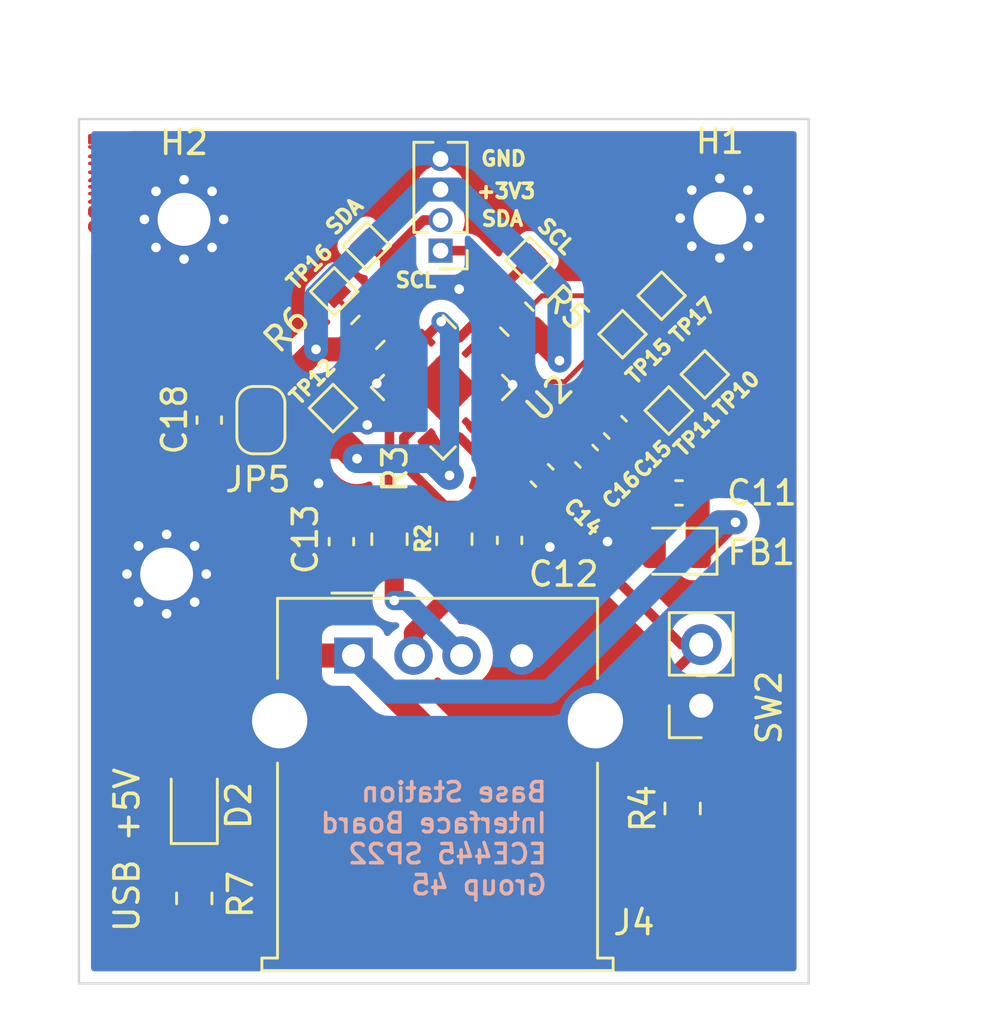
<source format=kicad_pcb>
(kicad_pcb (version 20211014) (generator pcbnew)
  (layers (0 "F.Cu" signal) (31 "B.Cu" signal) (34 "B.Paste" user) (35 "F.Paste" user) (36 "B.SilkS" user "B.Silkscreen") (37 "F.SilkS" user "F.Silkscreen") (38 "B.Mask" user) (39 "F.Mask" user) (44 "Edge.Cuts" user))
  (net 0 "")
  (net 1 "GND")
  (net 2 "/USB_5V")
  (net 3 "Net-(J4-Pad2)")
  (net 4 "Net-(J4-Pad3)")
  (net 5 "Net-(U2-Pad9)")
  (net 6 "Net-(C15-Pad2)")
  (net 7 "/USB_3V3")
  (net 8 "Net-(R7-Pad1)")
  (net 9 "+3V3")
  (net 10 "Net-(U2-Pad7)")
  (net 11 "Net-(U2-Pad6)")
  (net 12 "I2C1_SCL")
  (net 13 "I2C1_SDA")
  (net 14 "Net-(U2-Pad12)")
  (net 15 "Net-(U2-Pad11)")
  (net 16 "Net-(U2-Pad5)")
  (net 17 "Net-(U2-Pad14)")
  (net 18 "Net-(U2-Pad4)")
  (net 19 "Net-(U2-Pad15)")
  (footprint "TestPoint:TestPoint_Pad_1.0x1.0mm" (layer "F.Cu") (at 128.675 71.475 45)
    (fp_text reference "TP15" (at -0.017678 1.573313 45) (layer "F.SilkS") (effects (font (size 0.6 0.6))))
    (fp_text value "TestPoint")
    (fp_line (start -0.7 -0.7) (end 0.7 -0.7) (layer "F.SilkS") (width 0.12))
    (fp_line (start -0.7 0.7) (end -0.7 -0.7) (layer "F.SilkS") (width 0.12))
    (fp_line (start 0.7 -0.7) (end 0.7 0.7) (layer "F.SilkS") (width 0.12))
    (fp_line (start 0.7 0.7) (end -0.7 0.7) (layer "F.SilkS") (width 0.12))
    (pad "1" smd rect locked (at 0 0 45) (size 1 1) (layers "F.Cu" "F.Mask") (net 17 "Net-(U2-Pad14)"))
  )
  (footprint "TestPoint:TestPoint_Pad_1.0x1.0mm" (layer "F.Cu") (at 124.8 68.4 45)
    (fp_text reference "TP18" hide)
    (fp_text value "TestPoint")
    (fp_line (start 0.7 -0.7) (end 0.7 0.7) (layer "F.SilkS") (width 0.12))
    (fp_line (start 0.7 0.7) (end -0.7 0.7) (layer "F.SilkS") (width 0.12))
    (fp_line (start -0.7 0.7) (end -0.7 -0.7) (layer "F.SilkS") (width 0.12))
    (fp_line (start -0.7 -0.7) (end 0.7 -0.7) (layer "F.SilkS") (width 0.12))
    (pad "1" smd rect locked (at 0 0 45) (size 1 1) (layers "F.Cu" "F.Mask") (net 12 "I2C1_SCL"))
  )
  (footprint "TestPoint:TestPoint_Pad_1.0x1.0mm" (layer "F.Cu") (at 132.1 73.15 45)
    (fp_text reference "TP10" (at 0.371231 1.502602 45) (layer "F.SilkS") (effects (font (size 0.6 0.6))))
    (fp_text value "TestPoint")
    (fp_line (start 0.7 0.7) (end -0.7 0.7) (layer "F.SilkS") (width 0.12))
    (fp_line (start -0.7 -0.7) (end 0.7 -0.7) (layer "F.SilkS") (width 0.12))
    (fp_line (start 0.7 -0.7) (end 0.7 0.7) (layer "F.SilkS") (width 0.12))
    (fp_line (start -0.7 0.7) (end -0.7 -0.7) (layer "F.SilkS") (width 0.12))
    (pad "1" smd rect locked (at 0 0 45) (size 1 1) (layers "F.Cu" "F.Mask") (net 14 "Net-(U2-Pad12)"))
  )
  (footprint "Capacitor_SMD:C_0603_1608Metric" (layer "F.Cu") (at 125.325 77.35 -45)
    (fp_text reference "C14" (at 2.421841 0.017678 135) (layer "F.SilkS") (effects (font (size 0.6 0.6))))
    (fp_text value "0.1u")
    (fp_line (start -0.14058 -0.51) (end 0.14058 -0.51) (layer "F.SilkS") (width 0.12))
    (fp_line (start -0.14058 0.51) (end 0.14058 0.51) (layer "F.SilkS") (width 0.12))
    (pad "1" smd roundrect locked (at -0.775 0 315) (size 0.9 0.95) (layers "F.Cu" "F.Paste" "F.Mask") (net 5 "Net-(U2-Pad9)"))
    (pad "2" smd roundrect locked (at 0.775 0 315) (size 0.9 0.95) (layers "F.Cu" "F.Paste" "F.Mask") (net 1 "GND"))
  )
  (footprint "Resistor_SMD:R_0805_2012Metric_Pad1.20x1.40mm_HandSolder" (layer "F.Cu") (at 121.675 80 90)
    (fp_text reference "R2" (at 0.025 -1.3 90) (layer "F.SilkS") (effects (font (size 0.6 0.6))))
    (fp_text value "27R")
    (fp_line (start -0.227064 0.735) (end 0.227064 0.735) (layer "F.SilkS") (width 0.12))
    (fp_line (start -0.227064 -0.735) (end 0.227064 -0.735) (layer "F.SilkS") (width 0.12))
    (pad "1" smd roundrect locked (at -1 0 90) (size 1.2 1.4) (layers "F.Cu" "F.Paste" "F.Mask") (roundrect_rratio 0.2083333333) (net 3 "Net-(J4-Pad2)"))
    (pad "2" smd roundrect locked (at 1 0 90) (size 1.2 1.4) (layers "F.Cu" "F.Paste" "F.Mask") (roundrect_rratio 0.2083333333) (net 10 "Net-(U2-Pad7)"))
  )
  (footprint "Resistor_SMD:R_0805_2012Metric_Pad1.20x1.40mm_HandSolder" (layer "F.Cu") (at 131.175 91.2 90)
    (fp_text reference "R4" (at 0 -1.65 90) (layer "F.SilkS"))
    (fp_text value "5k")
    (fp_line (start -0.227064 0.735) (end 0.227064 0.735) (layer "F.SilkS") (width 0.12))
    (fp_line (start -0.227064 -0.735) (end 0.227064 -0.735) (layer "F.SilkS") (width 0.12))
    (pad "1" smd roundrect locked (at -1 0 90) (size 1.2 1.4) (layers "F.Cu" "F.Paste" "F.Mask") (roundrect_rratio 0.2083333333) (net 2 "/USB_5V"))
    (pad "2" smd roundrect locked (at 1 0 90) (size 1.2 1.4) (layers "F.Cu" "F.Paste" "F.Mask") (roundrect_rratio 0.2083333333) (net 5 "Net-(U2-Pad9)"))
  )
  (footprint "Capacitor_SMD:C_0603_1608Metric" (layer "F.Cu") (at 116.975 80.1 90)
    (fp_text reference "C13" (at 0.1 -1.5 90) (layer "F.SilkS"))
    (fp_text value "47p")
    (fp_line (start -0.14058 -0.51) (end 0.14058 -0.51) (layer "F.SilkS") (width 0.12))
    (fp_line (start -0.14058 0.51) (end 0.14058 0.51) (layer "F.SilkS") (width 0.12))
    (pad "1" smd roundrect locked (at -0.775 0 90) (size 0.9 0.95) (layers "F.Cu" "F.Paste" "F.Mask") (net 4 "Net-(J4-Pad3)"))
    (pad "2" smd roundrect locked (at 0.775 0 90) (size 0.9 0.95) (layers "F.Cu" "F.Paste" "F.Mask") (net 1 "GND"))
  )
  (footprint "TestPoint:TestPoint_Pad_1.0x1.0mm" (layer "F.Cu") (at 118.025 67.8 45)
    (fp_text reference "TP19" hide)
    (fp_text value "TestPoint")
    (fp_line (start -0.7 0.7) (end -0.7 -0.7) (layer "F.SilkS") (width 0.12))
    (fp_line (start -0.7 -0.7) (end 0.7 -0.7) (layer "F.SilkS") (width 0.12))
    (fp_line (start 0.7 0.7) (end -0.7 0.7) (layer "F.SilkS") (width 0.12))
    (fp_line (start 0.7 -0.7) (end 0.7 0.7) (layer "F.SilkS") (width 0.12))
    (pad "1" smd rect locked (at 0 0 45) (size 1 1) (layers "F.Cu" "F.Mask") (net 13 "I2C1_SDA"))
  )
  (footprint "Capacitor_SMD:C_0603_1608Metric" (layer "F.Cu") (at 128.375 75.35 135)
    (fp_text reference "C15" (at -2.032932 0.159099 225) (layer "F.SilkS") (effects (font (size 0.6 0.6))))
    (fp_text value "100n")
    (fp_line (start -0.14058 0.51) (end 0.14058 0.51) (layer "F.SilkS") (width 0.12))
    (fp_line (start -0.14058 -0.51) (end 0.14058 -0.51) (layer "F.SilkS") (width 0.12))
    (pad "1" smd roundrect locked (at -0.775 0 135) (size 0.9 0.95) (layers "F.Cu" "F.Paste" "F.Mask") (net 1 "GND"))
    (pad "2" smd roundrect locked (at 0.775 0 135) (size 0.9 0.95) (layers "F.Cu" "F.Paste" "F.Mask") (net 6 "Net-(C15-Pad2)"))
  )
  (footprint "Resistor_SMD:R_0805_2012Metric_Pad1.20x1.40mm_HandSolder" (layer "F.Cu") (at 118.975 80 90)
    (fp_text reference "R3" (at 2.925 0.225 90) (layer "F.SilkS"))
    (fp_text value "27R")
    (fp_line (start -0.227064 0.735) (end 0.227064 0.735) (layer "F.SilkS") (width 0.12))
    (fp_line (start -0.227064 -0.735) (end 0.227064 -0.735) (layer "F.SilkS") (width 0.12))
    (pad "1" smd roundrect locked (at -1 0 90) (size 1.2 1.4) (layers "F.Cu" "F.Paste" "F.Mask") (roundrect_rratio 0.2083333333) (net 4 "Net-(J4-Pad3)"))
    (pad "2" smd roundrect locked (at 1 0 90) (size 1.2 1.4) (layers "F.Cu" "F.Paste" "F.Mask") (roundrect_rratio 0.2083333333) (net 11 "Net-(U2-Pad6)"))
  )
  (footprint "Connector_PinSocket_2.54mm:PinSocket_1x02_P2.54mm_Vertical" (layer "F.Cu") (at 131.95 86.925 180)
    (fp_text reference "SW2" (at -2.825 -0.075 90) (layer "F.SilkS"))
    (fp_text value "SW_Push")
    (fp_line (start -1.33 1.27) (end 1.33 1.27) (layer "F.SilkS") (width 0.12))
    (fp_line (start 0 -1.33) (end 1.33 -1.33) (layer "F.SilkS") (width 0.12))
    (fp_line (start -1.33 1.27) (end -1.33 3.87) (layer "F.SilkS") (width 0.12))
    (fp_line (start 1.33 1.27) (end 1.33 3.87) (layer "F.SilkS") (width 0.12))
    (fp_line (start 1.33 -1.33) (end 1.33 0) (layer "F.SilkS") (width 0.12))
    (fp_line (start -1.33 3.87) (end 1.33 3.87) (layer "F.SilkS") (width 0.12))
    (pad "1" thru_hole rect locked (at 0 0 180) (size 1.7 1.7) (drill 1) (layers *.Cu *.Mask) (net 1 "GND"))
    (pad "2" thru_hole oval locked (at 0 2.54 180) (size 1.7 1.7) (drill 1) (layers *.Cu *.Mask) (net 5 "Net-(U2-Pad9)"))
  )
  (footprint "TestPoint:TestPoint_Pad_1.0x1.0mm" (layer "F.Cu") (at 116.675 69.7 45)
    (fp_text reference "TP16" (at 0 -1.448001 45) (layer "F.SilkS") (effects (font (size 0.6 0.6))))
    (fp_text value "TestPoint")
    (fp_line (start 0.7 -0.7) (end 0.7 0.7) (layer "F.SilkS") (width 0.12))
    (fp_line (start 0.7 0.7) (end -0.7 0.7) (layer "F.SilkS") (width 0.12))
    (fp_line (start -0.7 -0.7) (end 0.7 -0.7) (layer "F.SilkS") (width 0.12))
    (fp_line (start -0.7 0.7) (end -0.7 -0.7) (layer "F.SilkS") (width 0.12))
    (pad "1" smd rect locked (at 0 0 45) (size 1 1) (layers "F.Cu" "F.Mask") (net 18 "Net-(U2-Pad4)"))
  )
  (footprint "Jumper:SolderJumper-2_P1.3mm_Open_RoundedPad1.0x1.5mm" (layer "F.Cu") (at 113.625 75.05 90)
    (fp_text reference "JP5" (at -2.475 -0.125 180) (layer "F.SilkS"))
    (fp_text value "SolderJumper_2_Open")
    (fp_line (start 0.7 1) (end -0.7 1) (layer "F.SilkS") (width 0.12))
    (fp_line (start -1.4 0.3) (end -1.4 -0.3) (layer "F.SilkS") (width 0.12))
    (fp_line (start 1.4 -0.3) (end 1.4 0.3) (layer "F.SilkS") (width 0.12))
    (fp_line (start -0.7 -1) (end 0.7 -1) (layer "F.SilkS") (width 0.12))
    (fp_arc (start -0.7 1) (mid -1.194975 0.794975) (end -1.4 0.3) (layer "F.SilkS") (width 0.12))
    (fp_arc (start 1.4 0.3) (mid 1.194975 0.794975) (end 0.7 1) (layer "F.SilkS") (width 0.12))
    (fp_arc (start -1.4 -0.3) (mid -1.194975 -0.794975) (end -0.7 -1) (layer "F.SilkS") (width 0.12))
    (fp_arc (start 0.7 -1) (mid 1.194975 -0.794975) (end 1.4 -0.3) (layer "F.SilkS") (width 0.12))
    (pad "1" smd custom locked (at -0.65 0 90) (size 1 0.5) (layers "F.Cu" "F.Mask") (net 7 "/USB_3V3") (options (clearance outline) (anchor rect)) (primitives (gr_circle (center 0 0.25) (end 0.5 0.25) (width 0) (fill yes)) (gr_circle (center 0 -0.25) (end 0.5 -0.25) (width 0) (fill yes)) (gr_poly (pts (xy 0.5 0.75) (xy 0 0.75) (xy 0 -0.75) (xy 0.5 -0.75)) (width 0) (fill yes))))
    (pad "2" smd custom locked (at 0.65 0 90) (size 1 0.5) (layers "F.Cu" "F.Mask") (net 9 "+3V3") (options (clearance outline) (anchor rect)) (primitives (gr_circle (center 0 0.25) (end 0.5 0.25) (width 0) (fill yes)) (gr_circle (center 0 -0.25) (end 0.5 -0.25) (width 0) (fill yes)) (gr_poly (pts (xy 0 0.75) (xy -0.5 0.75) (xy -0.5 -0.75) (xy 0 -0.75)) (width 0) (fill yes))))
  )
  (footprint "Resistor_SMD:R_0805_2012Metric_Pad1.20x1.40mm_HandSolder" (layer "F.Cu") (at 110.85 94.9375 -90)
    (fp_text reference "R7" (at -0.1625 -1.925 90) (layer "F.SilkS"))
    (fp_text value "500R")
    (fp_line (start -0.227064 -0.735) (end 0.227064 -0.735) (layer "F.SilkS") (width 0.12))
    (fp_line (start -0.227064 0.735) (end 0.227064 0.735) (layer "F.SilkS") (width 0.12))
    (pad "1" smd roundrect locked (at -1 0 270) (size 1.2 1.4) (layers "F.Cu" "F.Paste" "F.Mask") (roundrect_rratio 0.2083333333) (net 8 "Net-(R7-Pad1)"))
    (pad "2" smd roundrect locked (at 1 0 270) (size 1.2 1.4) (layers "F.Cu" "F.Paste" "F.Mask") (roundrect_rratio 0.2083333333) (net 1 "GND"))
  )
  (footprint "Connector_USB:USB_A_Molex_67643_Horizontal" (layer "F.Cu") (at 117.475 84.84)
    (fp_text reference "J4" (at 11.675 11.11) (layer "F.SilkS"))
    (fp_text value "USB_A")
    (fp_line (start 10.16 4.47) (end 10.16 12.58) (layer "F.SilkS") (width 0.12))
    (fp_line (start -3.16 -2.38) (end 10.16 -2.38) (layer "F.SilkS") (width 0.12))
    (fp_line (start -3.16 12.58) (end -3.81 12.58) (layer "F.SilkS") (width 0.12))
    (fp_line (start 10.81 13.1) (end 10.81 12.58) (layer "F.SilkS") (width 0.12))
    (fp_line (start -3.16 -2.38) (end -3.16 0.95) (layer "F.SilkS") (width 0.12))
    (fp_line (start -0.9 -2.6) (end 0.9 -2.6) (layer "F.SilkS") (width 0.12))
    (fp_line (start -3.16 12.58) (end -3.16 4.47) (layer "F.SilkS") (width 0.12))
    (fp_line (start -3.81 13.1) (end 10.81 13.1) (layer "F.SilkS") (width 0.12))
    (fp_line (start 10.16 -2.38) (end 10.16 0.95) (layer "F.SilkS") (width 0.12))
    (fp_line (start 10.81 12.58) (end 10.16 12.58) (layer "F.SilkS") (width 0.12))
    (fp_line (start -3.81 12.58) (end -3.81 13.1) (layer "F.SilkS") (width 0.12))
    (pad "1" thru_hole rect locked (at 0 0) (size 1.6 1.5) (drill 0.95) (layers *.Cu *.Mask) (net 2 "/USB_5V"))
    (pad "2" thru_hole circle locked (at 2.5 0) (size 1.6 1.6) (drill 0.95) (layers *.Cu *.Mask) (net 3 "Net-(J4-Pad2)"))
    (pad "3" thru_hole circle locked (at 4.5 0) (size 1.6 1.6) (drill 0.95) (layers *.Cu *.Mask) (net 4 "Net-(J4-Pad3)"))
    (pad "4" thru_hole circle locked (at 7 0) (size 1.6 1.6) (drill 0.95) (layers *.Cu *.Mask) (net 1 "GND"))
    (pad "5" thru_hole circle locked (at 10.07 2.71) (size 3 3) (drill 2.3) (layers *.Cu *.Mask) (net 1 "GND"))
    (pad "5" thru_hole circle locked (at -3.07 2.71) (size 3 3) (drill 2.3) (layers *.Cu *.Mask) (net 1 "GND"))
  )
  (footprint "Package_DFN_QFN:QFN-16-1EP_4x4mm_P0.65mm_EP2.1x2.1mm" (layer "F.Cu") (at 121.205 73.69 -45)
    (fp_text reference "U2" (at 3.433003 -2.817821 225) (layer "F.SilkS"))
    (fp_text value "FT201XQ")
    (fp_line (start -1.385 2.11) (end -2.11 2.11) (layer "F.SilkS") (width 0.12))
    (fp_line (start -2.11 2.11) (end -2.11 1.385) (layer "F.SilkS") (width 0.12))
    (fp_line (start -1.385 -2.11) (end -2.11 -2.11) (layer "F.SilkS") (width 0.12))
    (fp_line (start 2.11 -2.11) (end 2.11 -1.385) (layer "F.SilkS") (width 0.12))
    (fp_line (start 2.11 2.11) (end 2.11 1.385) (layer "F.SilkS") (width 0.12))
    (fp_line (start 1.385 2.11) (end 2.11 2.11) (layer "F.SilkS") (width 0.12))
    (fp_line (start 1.385 -2.11) (end 2.11 -2.11) (layer "F.SilkS") (width 0.12))
    (pad "1" smd roundrect locked (at -1.95 -0.975 315) (size 0.85 0.3) (layers "F.Cu" "F.Paste" "F.Mask") (net 7 "/USB_3V3"))
    (pad "2" smd roundrect locked (at -1.95 -0.325 315) (size 0.85 0.3) (layers "F.Cu" "F.Paste" "F.Mask") (net 13 "I2C1_SDA"))
    (pad "3" smd roundrect locked (at -1.95 0.325 315) (size 0.85 0.3) (layers "F.Cu" "F.Paste" "F.Mask") (net 1 "GND"))
    (pad "4" smd roundrect locked (at -1.95 0.975 315) (size 0.85 0.3) (layers "F.Cu" "F.Paste" "F.Mask") (net 18 "Net-(U2-Pad4)"))
    (pad "5" smd roundrect locked (at -0.975 1.95 315) (size 0.3 0.85) (layers "F.Cu" "F.Paste" "F.Mask") (net 16 "Net-(U2-Pad5)"))
    (pad "6" smd roundrect locked (at -0.325 1.95 315) (size 0.3 0.85) (layers "F.Cu" "F.Paste" "F.Mask") (net 11 "Net-(U2-Pad6)"))
    (pad "7" smd roundrect locked (at 0.325 1.95 315) (size 0.3 0.85) (layers "F.Cu" "F.Paste" "F.Mask") (net 10 "Net-(U2-Pad7)"))
    (pad "8" smd roundrect locked (at 0.975 1.95 315) (size 0.3 0.85) (layers "F.Cu" "F.Paste" "F.Mask") (net 7 "/USB_3V3"))
    (pad "9" smd roundrect locked (at 1.95 0.975 315) (size 0.85 0.3) (layers "F.Cu" "F.Paste" "F.Mask") (net 5 "Net-(U2-Pad9)"))
    (pad "10" smd roundrect locked (at 1.95 0.325 315) (size 0.85 0.3) (layers "F.Cu" "F.Paste" "F.Mask") (net 6 "Net-(C15-Pad2)"))
    (pad "11" smd roundrect locked (at 1.95 -0.325 315) (size 0.85 0.3) (layers "F.Cu" "F.Paste" "F.Mask") (net 15 "Net-(U2-Pad11)"))
    (pad "12" smd roundrect locked (at 1.95 -0.975 315) (size 0.85 0.3) (layers "F.Cu" "F.Paste" "F.Mask") (net 14 "Net-(U2-Pad12)"))
    (pad "13" smd roundrect locked (at 0.975 -1.95 315) (size 0.3 0.85) (layers "F.Cu" "F.Paste" "F.Mask") (net 1 "GND"))
    (pad "14" smd roundrect locked (at 0.325 -1.95 315) (size 0.3 0.85) (layers "F.Cu" "F.Paste" "F.Mask") (net 17 "Net-(U2-Pad14)"))
    (pad "15" smd roundrect locked (at -0.325 -1.95 315) (size 0.3 0.85) (layers "F.Cu" "F.Paste" "F.Mask") (net 19 "Net-(U2-Pad15)"))
    (pad "16" smd roundrect locked (at -0.975 -1.95 315) (size 0.3 0.85) (layers "F.Cu" "F.Paste" "F.Mask") (net 12 "I2C1_SCL"))
    (pad "17" smd rect locked (at 0 0 315) (size 2.1 2.1) (layers "F.Cu" "F.Mask") (net 1 "GND"))
  )
  (footprint "Capacitor_SMD:C_0603_1608Metric" (layer "F.Cu") (at 131.025 78.075)
    (fp_text reference "C11" (at 3.45 0) (layer "F.SilkS"))
    (fp_text value "10n")
    (fp_line (start -0.14058 0.51) (end 0.14058 0.51) (layer "F.SilkS") (width 0.12))
    (fp_line (start -0.14058 -0.51) (end 0.14058 -0.51) (layer "F.SilkS") (width 0.12))
    (pad "1" smd roundrect locked (at -0.775 0) (size 0.9 0.95) (layers "F.Cu" "F.Paste" "F.Mask") (net 1 "GND"))
    (pad "2" smd roundrect locked (at 0.775 0) (size 0.9 0.95) (layers "F.Cu" "F.Paste" "F.Mask") (net 2 "/USB_5V"))
  )
  (footprint "Capacitor_SMD:C_0603_1608Metric" (layer "F.Cu") (at 123.975 80.05 90)
    (fp_text reference "C12" (at -1.4 2.25 180) (layer "F.SilkS"))
    (fp_text value "47p")
    (fp_line (start -0.14058 -0.51) (end 0.14058 -0.51) (layer "F.SilkS") (width 0.12))
    (fp_line (start -0.14058 0.51) (end 0.14058 0.51) (layer "F.SilkS") (width 0.12))
    (pad "1" smd roundrect locked (at -0.775 0 90) (size 0.9 0.95) (layers "F.Cu" "F.Paste" "F.Mask") (net 3 "Net-(J4-Pad2)"))
    (pad "2" smd roundrect locked (at 0.775 0 90) (size 0.9 0.95) (layers "F.Cu" "F.Paste" "F.Mask") (net 1 "GND"))
  )
  (footprint "TestPoint:TestPoint_Pad_1.0x1.0mm" (layer "F.Cu") (at 130.3 69.875 45)
    (fp_text reference "TP17" (at 0.194454 1.644023 45) (layer "F.SilkS") (effects (font (size 0.6 0.6))))
    (fp_text value "TestPoint")
    (fp_line (start -0.7 0.7) (end -0.7 -0.7) (layer "F.SilkS") (width 0.12))
    (fp_line (start 0.7 0.7) (end -0.7 0.7) (layer "F.SilkS") (width 0.12))
    (fp_line (start 0.7 -0.7) (end 0.7 0.7) (layer "F.SilkS") (width 0.12))
    (fp_line (start -0.7 -0.7) (end 0.7 -0.7) (layer "F.SilkS") (width 0.12))
    (pad "1" smd rect locked (at 0 0 45) (size 1 1) (layers "F.Cu" "F.Mask") (net 19 "Net-(U2-Pad15)"))
  )
  (footprint "LED_SMD:LED_0805_2012Metric" (layer "F.Cu") (at 110.85 90.975 90)
    (fp_text reference "D2" (at -0.1 1.85 90) (layer "F.SilkS"))
    (fp_text value "LED")
    (fp_line (start 1 -0.96) (end -1.685 -0.96) (layer "F.SilkS") (width 0.12))
    (fp_line (start -1.685 0.96) (end 1 0.96) (layer "F.SilkS") (width 0.12))
    (fp_line (start -1.685 -0.96) (end -1.685 0.96) (layer "F.SilkS") (width 0.12))
    (pad "1" smd roundrect locked (at -0.9375 0 90) (size 0.975 1.4) (layers "F.Cu" "F.Paste" "F.Mask") (net 8 "Net-(R7-Pad1)"))
    (pad "2" smd roundrect locked (at 0.9375 0 90) (size 0.975 1.4) (layers "F.Cu" "F.Paste" "F.Mask") (net 2 "/USB_5V"))
  )
  (footprint "Resistor_SMD:R_0805_2012Metric_Pad1.20x1.40mm_HandSolder" (layer "F.Cu") (at 124.275 70.85 135)
    (fp_text reference "R5" (at -1.131371 1.803122 135) (layer "F.SilkS"))
    (fp_text value "1k")
    (fp_line (start -0.227064 -0.735) (end 0.227064 -0.735) (layer "F.SilkS") (width 0.12))
    (fp_line (start -0.227064 0.735) (end 0.227064 0.735) (layer "F.SilkS") (width 0.12))
    (pad "1" smd roundrect locked (at -1 0 135) (size 1.2 1.4) (layers "F.Cu" "F.Paste" "F.Mask") (roundrect_rratio 0.2083333333) (net 9 "+3V3"))
    (pad "2" smd roundrect locked (at 1 0 135) (size 1.2 1.4) (layers "F.Cu" "F.Paste" "F.Mask") (roundrect_rratio 0.2083333333) (net 12 "I2C1_SCL"))
  )
  (footprint "TestPoint:TestPoint_Pad_1.0x1.0mm" (layer "F.Cu") (at 130.6 74.65 45)
    (fp_text reference "TP11" (at 0.159099 1.502602 45) (layer "F.SilkS") (effects (font (size 0.6 0.6))))
    (fp_text value "TestPoint")
    (fp_line (start 0.7 0.7) (end -0.7 0.7) (layer "F.SilkS") (width 0.12))
    (fp_line (start 0.7 -0.7) (end 0.7 0.7) (layer "F.SilkS") (width 0.12))
    (fp_line (start -0.7 -0.7) (end 0.7 -0.7) (layer "F.SilkS") (width 0.12))
    (fp_line (start -0.7 0.7) (end -0.7 -0.7) (layer "F.SilkS") (width 0.12))
    (pad "1" smd rect locked (at 0 0 45) (size 1 1) (layers "F.Cu" "F.Mask") (net 15 "Net-(U2-Pad11)"))
  )
  (footprint "Capacitor_SMD:C_0603_1608Metric" (layer "F.Cu") (at 111.475 75.05 -90)
    (fp_text reference "C18" (at -0.025 1.45 90) (layer "F.SilkS"))
    (fp_text value "100n")
    (fp_line (start -0.14058 -0.51) (end 0.14058 -0.51) (layer "F.SilkS") (width 0.12))
    (fp_line (start -0.14058 0.51) (end 0.14058 0.51) (layer "F.SilkS") (width 0.12))
    (pad "1" smd roundrect locked (at -0.775 0 270) (size 0.9 0.95) (layers "F.Cu" "F.Paste" "F.Mask") (net 1 "GND"))
    (pad "2" smd roundrect locked (at 0.775 0 270) (size 0.9 0.95) (layers "F.Cu" "F.Paste" "F.Mask") (net 7 "/USB_3V3"))
  )
  (footprint "MountingHole:MountingHole_2.2mm_M2_Pad_Via" (layer "F.Cu") (at 110.425 66.7)
    (fp_text reference "H2" (at 0 -3.2) (layer "F.SilkS"))
    (fp_text value "MountingHole_Pad")
    (pad "1" thru_hole circle locked (at 0 1.65) (size 0.7 0.7) (drill 0.4) (layers *.Cu *.Mask) (net 1 "GND"))
    (pad "1" thru_hole circle locked (at 1.166726 -1.166726) (size 0.7 0.7) (drill 0.4) (layers *.Cu *.Mask) (net 1 "GND"))
    (pad "1" thru_hole circle locked (at -1.166726 -1.166726) (size 0.7 0.7) (drill 0.4) (layers *.Cu *.Mask) (net 1 "GND"))
    (pad "1" thru_hole circle locked (at -1.166726 1.166726) (size 0.7 0.7) (drill 0.4) (layers *.Cu *.Mask) (net 1 "GND"))
    (pad "1" thru_hole circle locked (at 0 -1.65) (size 0.7 0.7) (drill 0.4) (layers *.Cu *.Mask) (net 1 "GND"))
    (pad "1" thru_hole circle locked (at 0 0) (size 4.4 4.4) (drill 2.2) (layers *.Cu *.Mask) (net 1 "GND"))
    (pad "1" thru_hole circle locked (at -1.65 0) (size 0.7 0.7) (drill 0.4) (layers *.Cu *.Mask) (net 1 "GND"))
    (pad "1" thru_hole circle locked (at 1.166726 1.166726) (size 0.7 0.7) (drill 0.4) (layers *.Cu *.Mask) (net 1 "GND"))
    (pad "1" thru_hole circle locked (at 1.65 0) (size 0.7 0.7) (drill 0.4) (layers *.Cu *.Mask) (net 1 "GND"))
  )
  (footprint "LED_SMD:LED_0805_2012Metric" (layer "F.Cu") (at 130.925 80.5 180)
    (fp_text reference "FB1" (at -3.525 -0.05) (layer "F.SilkS"))
    (fp_text value "FerriteBead")
    (fp_line (start 1 -0.96) (end -1.685 -0.96) (layer "F.SilkS") (width 0.12))
    (fp_line (start -1.685 -0.96) (end -1.685 0.96) (layer "F.SilkS") (width 0.12))
    (fp_line (start -1.685 0.96) (end 1 0.96) (layer "F.SilkS") (width 0.12))
    (pad "1" smd roundrect locked (at -0.9375 0 180) (size 0.975 1.4) (layers "F.Cu" "F.Paste" "F.Mask") (net 2 "/USB_5V"))
    (pad "2" smd roundrect locked (at 0.9375 0 180) (size 0.975 1.4) (layers "F.Cu" "F.Paste" "F.Mask") (net 6 "Net-(C15-Pad2)"))
  )
  (footprint "TestPoint:TestPoint_Pad_1.0x1.0mm" (layer "F.Cu") (at 116.625 74.55 45)
    (fp_text reference "TP12" (at 0.176777 -1.378858 45) (layer "F.SilkS") (effects (font (size 0.6 0.6))))
    (fp_text value "TestPoint")
    (fp_line (start 0.7 0.7) (end -0.7 0.7) (layer "F.SilkS") (width 0.12))
    (fp_line (start 0.7 -0.7) (end 0.7 0.7) (layer "F.SilkS") (width 0.12))
    (fp_line (start -0.7 -0.7) (end 0.7 -0.7) (layer "F.SilkS") (width 0.12))
    (fp_line (start -0.7 0.7) (end -0.7 -0.7) (layer "F.SilkS") (width 0.12))
    (pad "1" smd rect locked (at 0 0 45) (size 1 1) (layers "F.Cu" "F.Mask") (net 16 "Net-(U2-Pad5)"))
  )
  (footprint "Resistor_SMD:R_0805_2012Metric_Pad1.20x1.40mm_HandSolder" (layer "F.Cu") (at 118.075 71.4 45)
    (fp_text reference "R6" (at -2.298097 -2.474874 45) (layer "F.SilkS"))
    (fp_text value "1k")
    (fp_line (start -0.227064 0.735) (end 0.227064 0.735) (layer "F.SilkS") (width 0.12))
    (fp_line (start -0.227064 -0.735) (end 0.227064 -0.735) (layer "F.SilkS") (width 0.12))
    (pad "1" smd roundrect locked (at -1 0 45) (size 1.2 1.4) (layers "F.Cu" "F.Paste" "F.Mask") (roundrect_rratio 0.2083333333) (net 9 "+3V3"))
    (pad "2" smd roundrect locked (at 1 0 45) (size 1.2 1.4) (layers "F.Cu" "F.Paste" "F.Mask") (roundrect_rratio 0.2083333333) (net 13 "I2C1_SDA"))
  )
  (footprint "Capacitor_SMD:C_0603_1608Metric" (layer "F.Cu") (at 127.175 76.55 135)
    (fp_text reference "C16" (at -2.015254 0.035355 225) (layer "F.SilkS") (effects (font (size 0.6 0.6))))
    (fp_text value "4.7u")
    (fp_line (start -0.14058 0.51) (end 0.14058 0.51) (layer "F.SilkS") (width 0.12))
    (fp_line (start -0.14058 -0.51) (end 0.14058 -0.51) (layer "F.SilkS") (width 0.12))
    (pad "1" smd roundrect locked (at -0.775 0 135) (size 0.9 0.95) (layers "F.Cu" "F.Paste" "F.Mask") (net 1 "GND"))
    (pad "2" smd roundrect locked (at 0.775 0 135) (size 0.9 0.95) (layers "F.Cu" "F.Paste" "F.Mask") (net 6 "Net-(C15-Pad2)"))
  )
  (footprint "Connector_PinHeader_1.27mm:PinHeader_1x04_P1.27mm_Vertical" (layer "F.Cu") (at 121.1 68 180)
    (fp_text reference "J7" hide)
    (fp_text value "Conn_01x04_Male")
    (fp_line (start 0.30753 4.505) (end 1.11 4.505) (layer "F.SilkS") (width 0.12))
    (fp_line (start -1.11 -0.76) (end 0 -0.76) (layer "F.SilkS") (width 0.12))
    (fp_line (start -1.11 0.76) (end -1.11 4.505) (layer "F.SilkS") (width 0.12))
    (fp_line (start -1.11 4.505) (end -0.30753 4.505) (layer "F.SilkS") (width 0.12))
    (fp_line (start 0.563471 0.76) (end 1.11 0.76) (layer "F.SilkS") (width 0.12))
    (fp_line (start 1.11 0.76) (end 1.11 4.505) (layer "F.SilkS") (width 0.12))
    (fp_line (start -1.11 0) (end -1.11 -0.76) (layer "F.SilkS") (width 0.12))
    (fp_line (start -1.11 0.76) (end -0.563471 0.76) (layer "F.SilkS") (width 0.12))
    (pad "1" thru_hole rect locked (at 0 0 180) (size 1 1) (drill 0.65) (layers *.Cu *.Mask) (net 12 "I2C1_SCL"))
    (pad "2" thru_hole oval locked (at 0 1.27 180) (size 1 1) (drill 0.65) (layers *.Cu *.Mask) (net 13 "I2C1_SDA"))
    (pad "3" thru_hole oval locked (at 0 2.54 180) (size 1 1) (drill 0.65) (layers *.Cu *.Mask) (net 9 "+3V3"))
    (pad "4" thru_hole oval locked (at 0 3.81 180) (size 1 1) (drill 0.65) (layers *.Cu *.Mask) (net 1 "GND"))
  )
  (footprint "MountingHole:MountingHole_2.2mm_M2_Pad_Via" (layer "F.Cu") (at 132.725 66.65)
    (fp_text reference "H1" (at 0 -3.2) (layer "F.SilkS"))
    (fp_text value "MountingHole_Pad")
    (pad "1" thru_hole circle locked (at 1.166726 -1.166726) (size 0.7 0.7) (drill 0.4) (layers *.Cu *.Mask) (net 1 "GND"))
    (pad "1" thru_hole circle locked (at -1.65 0) (size 0.7 0.7) (drill 0.4) (layers *.Cu *.Mask) (net 1 "GND"))
    (pad "1" thru_hole circle locked (at 1.65 0) (size 0.7 0.7) (drill 0.4) (layers *.Cu *.Mask) (net 1 "GND"))
    (pad "1" thru_hole circle locked (at 0 1.65) (size 0.7 0.7) (drill 0.4) (layers *.Cu *.Mask) (net 1 "GND"))
    (pad "1" thru_hole circle locked (at -1.166726 1.166726) (size 0.7 0.7) (drill 0.4) (layers *.Cu *.Mask) (net 1 "GND"))
    (pad "1" thru_hole circle locked (at 0 0) (size 4.4 4.4) (drill 2.2) (layers *.Cu *.Mask) (net 1 "GND"))
    (pad "1" thru_hole circle locked (at 1.166726 1.166726) (size 0.7 0.7) (drill 0.4) (layers *.Cu *.Mask) (net 1 "GND"))
    (pad "1" thru_hole circle locked (at -1.166726 -1.166726) (size 0.7 0.7) (drill 0.4) (layers *.Cu *.Mask) (net 1 "GND"))
    (pad "1" thru_hole circle locked (at 0 -1.65) (size 0.7 0.7) (drill 0.4) (layers *.Cu *.Mask) (net 1 "GND"))
  )
  (footprint "MountingHole:MountingHole_2.2mm_M2_Pad_Via" (layer "F.Cu") (at 109.7 81.45)
    (fp_text reference "H3" hide)
    (fp_text value "MountingHole_Pad")
    (pad "1" thru_hole circle locked (at 0 0) (size 4.4 4.4) (drill 2.2) (layers *.Cu *.Mask) (net 1 "GND"))
    (pad "1" thru_hole circle locked (at 1.65 0) (size 0.7 0.7) (drill 0.4) (layers *.Cu *.Mask) (net 1 "GND"))
    (pad "1" thru_hole circle locked (at 0 1.65) (size 0.7 0.7) (drill 0.4) (layers *.Cu *.Mask) (net 1 "GND"))
    (pad "1" thru_hole circle locked (at 1.166726 1.166726) (size 0.7 0.7) (drill 0.4) (layers *.Cu *.Mask) (net 1 "GND"))
    (pad "1" thru_hole circle locked (at -1.166726 1.166726) (size 0.7 0.7) (drill 0.4) (layers *.Cu *.Mask) (net 1 "GND"))
    (pad "1" thru_hole circle locked (at 1.166726 -1.166726) (size 0.7 0.7) (drill 0.4) (layers *.Cu *.Mask) (net 1 "GND"))
    (pad "1" thru_hole circle locked (at -1.65 0) (size 0.7 0.7) (drill 0.4) (layers *.Cu *.Mask) (net 1 "GND"))
    (pad "1" thru_hole circle locked (at 0 -1.65) (size 0.7 0.7) (drill 0.4) (layers *.Cu *.Mask) (net 1 "GND"))
    (pad "1" thru_hole circle locked (at -1.166726 -1.166726) (size 0.7 0.7) (drill 0.4) (layers *.Cu *.Mask) (net 1 "GND"))
  )
  (gr_rect (start 106.05 62.525) (end 136.425 98.475) (layer "Edge.Cuts") (width 0.1) (fill none))
  (gr_text "EATKINSO" (at 106.775 65.2 270) (layer "F.Cu") (effects (font (size 0.6 0.6))))
  (gr_text "Base Station \nInterface Board\nECE445 SP22\nGroup 45" (at 125.6 92.45) (layer "B.SilkS") (effects (font (size 0.8 0.8)) (justify left mirror)))
  (gr_text "GND\n" (at 123.725 64.175) (layer "F.SilkS") (effects (font (size 0.6 0.6))))
  (gr_text "SDA" (at 123.675 66.675) (layer "F.SilkS") (effects (font (size 0.6 0.6))))
  (gr_text "USB +5V\n" (at 108.05 92.925 90) (layer "F.SilkS") (effects (font (size 1 1))))
  (gr_text "SCL" (at 120.075 69.225) (layer "F.SilkS") (effects (font (size 0.6 0.6))))
  (gr_text "SCL\n" (at 125.9 67.4 315) (layer "F.SilkS") (effects (font (size 0.6 0.6))))
  (gr_text "+3V3\n" (at 123.825 65.525) (layer "F.SilkS") (effects (font (size 0.6 0.6))))
  (gr_text "SDA\n" (at 117.1 66.575 45) (layer "F.SilkS") (effects (font (size 0.6 0.6))))
  (segment (start 119.596332 72.540951) (end 120.745381 73.69) (width 0.2) (layer "F.Cu") (net 1))
  (segment (start 118.615 73.69) (end 123.985 73.69) (width 0.2) (layer "F.Cu") (net 1))
  (segment (start 123.985 73.69) (end 124.1 73.575) (width 0.2) (layer "F.Cu") (net 1))
  (segment (start 118.615 73.69) (end 118.45 73.525) (width 0.2) (layer "F.Cu") (net 1))
  (via (at 124.1 73.575) (size 0.8) (drill 0.4) (layers "F.Cu" "B.Cu") (net 1))
  (via (at 128.05 80.1) (size 0.8) (drill 0.4) (layers "F.Cu" "B.Cu") (net 1))
  (via (at 125.65 80.325) (size 0.8) (drill 0.4) (layers "F.Cu" "B.Cu") (net 1))
  (via (at 121.875 69.6) (size 0.8) (drill 0.4) (layers "F.Cu" "B.Cu") (net 1))
  (via (at 116.025 77.675) (size 0.8) (drill 0.4) (layers "F.Cu" "B.Cu") (net 1))
  (via (at 118.45 73.525) (size 0.8) (drill 0.4) (layers "F.Cu" "B.Cu") (net 1))
  (via (at 118.05 75.25) (size 0.8) (drill 0.4) (layers "F.Cu" "B.Cu") (net 1))
  (segment (start 117.475 84.84) (end 114.004421 84.84) (width 1) (layer "F.Cu") (net 2))
  (segment (start 131.8 78.075) (end 131.8 80.4375) (width 1) (layer "F.Cu") (net 2))
  (segment (start 133.0625 79.3) (end 131.8625 80.5) (width 1) (layer "F.Cu") (net 2))
  (segment (start 114.004421 84.84) (end 110.85 87.994421) (width 1) (layer "F.Cu") (net 2))
  (segment (start 124.835 92.2) (end 131.175 92.2) (width 1) (layer "F.Cu") (net 2))
  (segment (start 110.85 87.994421) (end 110.85 90.0375) (width 1) (layer "F.Cu") (net 2))
  (segment (start 131.8 80.4375) (end 131.8625 80.5) (width 1) (layer "F.Cu") (net 2))
  (segment (start 117.475 84.84) (end 124.835 92.2) (width 1) (layer "F.Cu") (net 2))
  (segment (start 133.375 79.3) (end 133.0625 79.3) (width 1) (layer "F.Cu") (net 2))
  (via (at 133.375 79.3) (size 0.8) (drill 0.4) (layers "F.Cu" "B.Cu") (net 2))
  (segment (start 117.475 84.84) (end 118.974511 86.339511) (width 1) (layer "B.Cu") (net 2))
  (segment (start 132.684421 79.3) (end 133.375 79.3) (width 1) (layer "B.Cu") (net 2))
  (segment (start 118.974511 86.339511) (end 125.64491 86.339511) (width 1) (layer "B.Cu") (net 2))
  (segment (start 125.64491 86.339511) (end 132.684421 79.3) (width 1) (layer "B.Cu") (net 2))
  (segment (start 121.675 82.2) (end 121.675 81) (width 0.8) (layer "F.Cu") (net 3))
  (segment (start 119.975 83.9) (end 121.675 82.2) (width 0.8) (layer "F.Cu") (net 3))
  (segment (start 123.8 81) (end 123.975 80.825) (width 0.8) (layer "F.Cu") (net 3))
  (segment (start 121.675 81) (end 123.8 81) (width 0.8) (layer "F.Cu") (net 3))
  (segment (start 119.975 84.84) (end 119.975 83.9) (width 0.8) (layer "F.Cu") (net 3))
  (segment (start 119.175 82.55) (end 119.175 81.2) (width 0.8) (layer "F.Cu") (net 4))
  (segment (start 116.975 80.875) (end 118.85 80.875) (width 0.8) (layer "F.Cu") (net 4))
  (via (at 119.175 82.55) (size 0.8) (drill 0.4) (layers "F.Cu" "B.Cu") (net 4))
  (segment (start 119.175 82.55) (end 119.685 82.55) (width 0.8) (layer "B.Cu") (net 4))
  (segment (start 119.685 82.55) (end 121.975 84.84) (width 0.8) (layer "B.Cu") (net 4))
  (segment (start 131.123242 84.385) (end 131.95 84.385) (width 0.4) (layer "F.Cu") (net 5))
  (segment (start 130.700489 85.634511) (end 130.700489 89.725489) (width 0.4) (layer "F.Cu") (net 5))
  (segment (start 124.776992 76.801992) (end 122.938134 76.801992) (width 0.4) (layer "F.Cu") (net 5))
  (segment (start 122.938134 76.801992) (end 121.894429 75.758287) (width 0.4) (layer "F.Cu") (net 5))
  (segment (start 124.776992 76.801992) (end 124.776992 78.03875) (width 0.4) (layer "F.Cu") (net 5))
  (segment (start 124.776992 78.03875) (end 131.123242 84.385) (width 0.4) (layer "F.Cu") (net 5))
  (segment (start 131.95 84.385) (end 130.700489 85.634511) (width 0.4) (layer "F.Cu") (net 5))
  (segment (start 130.700489 89.725489) (end 131.175 90.2) (width 0.4) (layer "F.Cu") (net 5))
  (segment (start 122.705381 75.65) (end 125.125 75.65) (width 0.4) (layer "F.Cu") (net 6))
  (segment (start 126.626992 76.001992) (end 126.626992 77.415234) (width 0.4) (layer "F.Cu") (net 6))
  (segment (start 125.125 75.65) (end 125.325 75.45) (width 0.4) (layer "F.Cu") (net 6))
  (segment (start 125.325 75.45) (end 126.075 75.45) (width 0.4) (layer "F.Cu") (net 6))
  (segment (start 122.354049 75.298668) (end 122.648969 75.593588) (width 0.2) (layer "F.Cu") (net 6))
  (segment (start 126.626992 76.001992) (end 127.826992 74.801992) (width 0.4) (layer "F.Cu") (net 6))
  (segment (start 122.354049 75.298668) (end 122.705381 75.65) (width 0.4) (layer "F.Cu") (net 6))
  (segment (start 126.075 75.45) (end 126.626992 76.001992) (width 0.4) (layer "F.Cu") (net 6))
  (segment (start 126.626992 77.415234) (end 129.711758 80.5) (width 0.4) (layer "F.Cu") (net 6))
  (segment (start 120.515571 71.559429) (end 121.125 70.95) (width 0.4) (layer "F.Cu") (net 7))
  (segment (start 117.081627 76.056627) (end 117.625 76.6) (width 1.2) (layer "F.Cu") (net 7))
  (segment (start 113.625 75.7) (end 113.981627 76.056627) (width 1.2) (layer "F.Cu") (net 7))
  (segment (start 113.981627 76.056627) (end 117.081627 76.056627) (width 1.2) (layer "F.Cu") (net 7))
  (segment (start 120.515571 71.621713) (end 120.515571 71.559429) (width 0.4) (layer "F.Cu") (net 7))
  (segment (start 111.475 75.825) (end 113.5 75.825) (width 0.6) (layer "F.Cu") (net 7))
  (via (at 121.125 70.95) (size 0.8) (drill 0.4) (layers "F.Cu" "B.Cu") (net 7))
  (via (at 117.625 76.651512) (size 0.8) (drill 0.4) (layers "F.Cu" "B.Cu") (net 7))
  (via (at 121.475 77.35) (size 0.8) (drill 0.4) (layers "F.Cu" "B.Cu") (net 7))
  (segment (start 121.475 71.3) (end 121.125 70.95) (width 0.8) (layer "B.Cu") (net 7))
  (segment (start 121.475 77.35) (end 120.776512 76.651512) (width 1.2) (layer "B.Cu") (net 7))
  (segment (start 121.475 77.35) (end 121.475 71.3) (width 0.8) (layer "B.Cu") (net 7))
  (segment (start 120.776512 76.651512) (end 117.625 76.651512) (width 1.2) (layer "B.Cu") (net 7))
  (segment (start 110.85 91.9125) (end 110.85 93.9375) (width 1) (layer "F.Cu") (net 8))
  (segment (start 125.032107 71.557107) (end 126.05 72.575) (width 0.8) (layer "F.Cu") (net 9))
  (segment (start 115.917893 72.107107) (end 117.367893 72.107107) (width 1) (layer "F.Cu") (net 9))
  (segment (start 113.625 74.4) (end 115.917893 72.107107) (width 1) (layer "F.Cu") (net 9))
  (via (at 115.917893 72.107107) (size 0.8) (drill 0.4) (layers "F.Cu" "B.Cu") (net 9))
  (via (at 126.05 72.575) (size 0.8) (drill 0.4) (layers "F.Cu" "B.Cu") (net 9))
  (segment (start 121.1 65.46) (end 121.807106 65.46) (width 1) (layer "B.Cu") (net 9))
  (segment (start 126.05 69.702894) (end 126.05 72.575) (width 1) (layer "B.Cu") (net 9))
  (segment (start 120.392894 65.46) (end 115.917893 69.935001) (width 1) (layer "B.Cu") (net 9))
  (segment (start 121.807106 65.46) (end 126.05 69.702894) (width 1) (layer "B.Cu") (net 9))
  (segment (start 115.917893 69.935001) (end 115.917893 72.107107) (width 1) (layer "B.Cu") (net 9))
  (segment (start 121.1 65.46) (end 120.392894 65.46) (width 1) (layer "B.Cu") (net 9))
  (segment (start 119.57452 76.89952) (end 121.675 79) (width 0.4) (layer "F.Cu") (net 10))
  (segment (start 119.57452 75.780099) (end 119.57452 76.89952) (width 0.4) (layer "F.Cu") (net 10))
  (segment (start 120.055951 75.298668) (end 119.57452 75.780099) (width 0.4) (layer "F.Cu") (net 10))
  (segment (start 118.975 75.460381) (end 119.596332 74.839049) (width 0.4) (layer "F.Cu") (net 11))
  (segment (start 118.975 79) (end 118.975 75.460381) (width 0.4) (layer "F.Cu") (net 11))
  (segment (start 121.1 68) (end 122.225 68) (width 0.4) (layer "F.Cu") (net 12))
  (segment (start 123.567893 69.342893) (end 123.567893 70.142893) (width 0.4) (layer "F.Cu") (net 12))
  (segment (start 123.567893 69.632107) (end 124.8 68.4) (width 0.4) (layer "F.Cu") (net 12))
  (segment (start 122.225 68) (end 123.567893 69.342893) (width 0.4) (layer "F.Cu") (net 12))
  (segment (start 123.373249 70.142893) (end 121.894429 71.621713) (width 0.4) (layer "F.Cu") (net 12))
  (segment (start 118.24132 67.8) (end 118.782107 68.340787) (width 0.4) (layer "F.Cu") (net 13))
  (segment (start 118.782107 68.340787) (end 118.782107 70.692893) (width 0.4) (layer "F.Cu") (net 13))
  (segment (start 121.1 66.73) (end 120.392894 66.73) (width 0.4) (layer "F.Cu") (net 13))
  (segment (start 120.392894 66.73) (end 118.782107 68.340787) (width 0.4) (layer "F.Cu") (net 13))
  (segment (start 118.782107 70.807488) (end 120.055951 72.081332) (width 0.4) (layer "F.Cu") (net 13))
  (segment (start 132.1 73.15) (end 127.45 73.15) (width 0.2) (layer "F.Cu") (net 14))
  (segment (start 124.595571 74.379429) (end 124.85 74.125) (width 0.2) (layer "F.Cu") (net 14))
  (segment (start 123.273287 74.379429) (end 124.595571 74.379429) (width 0.2) (layer "F.Cu") (net 14))
  (segment (start 127.45 73.15) (end 126.475 74.125) (width 0.2) (layer "F.Cu") (net 14))
  (segment (start 124.85 74.125) (end 126.475 74.125) (width 0.2) (layer "F.Cu") (net 14))
  (segment (start 129.891596 73.941596) (end 130.6 74.65) (width 0.2) (layer "F.Cu") (net 15))
  (segment (start 127.508404 73.941596) (end 129.891596 73.941596) (width 0.2) (layer "F.Cu") (net 15))
  (segment (start 124.924511 74.750489) (end 126.699511 74.750489) (width 0.2) (layer "F.Cu") (net 15))
  (segment (start 124.090006 75.05) (end 124.625 75.05) (width 0.2) (layer "F.Cu") (net 15))
  (segment (start 126.699511 74.750489) (end 127.508404 73.941596) (width 0.2) (layer "F.Cu") (net 15))
  (segment (start 123.029088 75.054469) (end 124.085537 75.054469) (width 0.2) (layer "F.Cu") (net 15))
  (segment (start 124.085537 75.054469) (end 124.090006 75.05) (width 0.2) (layer "F.Cu") (net 15))
  (segment (start 124.625 75.05) (end 124.924511 74.750489) (width 0.2) (layer "F.Cu") (net 15))
  (segment (start 116.625 74.55) (end 118.966142 74.55) (width 0.2) (layer "F.Cu") (net 16))
  (segment (start 126.275 73.45) (end 127.1 72.625) (width 0.2) (layer "F.Cu") (net 17))
  (segment (start 123.029088 72.325531) (end 124.050531 72.325531) (width 0.2) (layer "F.Cu") (net 17))
  (segment (start 125.175 73.45) (end 126.275 73.45) (width 0.2) (layer "F.Cu") (net 17))
  (segment (start 124.050531 72.325531) (end 125.175 73.45) (width 0.2) (layer "F.Cu") (net 17))
  (segment (start 127.1 72.625) (end 127.525 72.625) (width 0.2) (layer "F.Cu") (net 17))
  (segment (start 127.525 72.625) (end 128.675 71.475) (width 0.2) (layer "F.Cu") (net 17))
  (segment (start 118.625199 72.489057) (end 119.136713 73.000571) (width 0.2) (layer "F.Cu") (net 18))
  (segment (start 118.625199 71.808097) (end 118.625199 72.489057) (width 0.2) (layer "F.Cu") (net 18))
  (segment (start 116.675 69.857898) (end 118.625199 71.808097) (width 0.2) (layer "F.Cu") (net 18))
  (segment (start 122.354049 72.081332) (end 123.177284 71.258097) (width 0.2) (layer "F.Cu") (net 19))
  (segment (start 123.941903 71.258097) (end 125.325 69.875) (width 0.2) (layer "F.Cu") (net 19))
  (segment (start 123.177284 71.258097) (end 123.941903 71.258097) (width 0.2) (layer "F.Cu") (net 19))
  (segment (start 125.325 69.875) (end 130.3 69.875) (width 0.2) (layer "F.Cu") (net 19))
  (zone (net 7) (net_name "/USB_3V3") (layer "F.Cu") (priority 1) (connect_pads yes (clearance 0)) (min_thickness 0.254) (fill yes (thermal_gap 0.508) (thermal_bridge_width 0.508))
    (polygon (pts (xy 121.875 77.2) (xy 121.825 77.55) (xy 121.475 77.75) (xy 121.125 77.6) (xy 120.125 75.9) (xy 120.675 75.4) (xy 120.775 75.4)))
  )
  (zone (net 1) (net_name "GND") (layers F&B.Cu) (connect_pads yes (clearance 0.508)) (min_thickness 0.254) (fill yes (thermal_gap 0.508) (thermal_bridge_width 0.508))
    (polygon (pts (xy 136.425 98.475) (xy 106.05 98.475) (xy 106.05 62.55) (xy 136.4 62.55)))
  )
)
</source>
